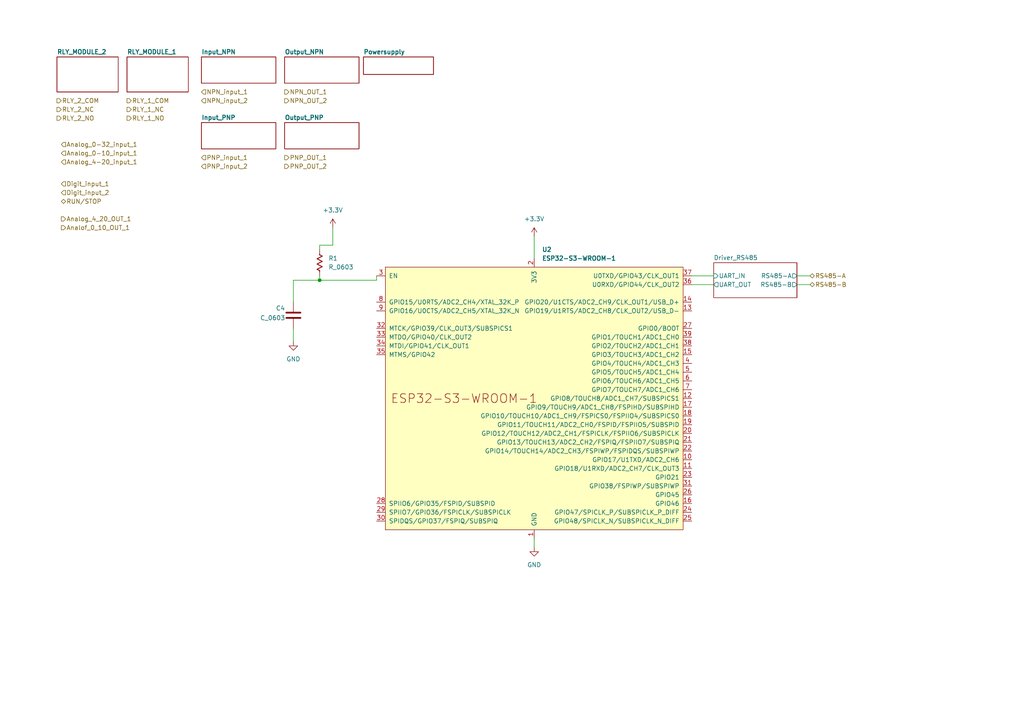
<source format=kicad_sch>
(kicad_sch
	(version 20250114)
	(generator "eeschema")
	(generator_version "9.0")
	(uuid "28214feb-c2e8-4633-baa7-46b27c08a354")
	(paper "A4")
	(lib_symbols
		(symbol "Espressif:ESP32-S3-WROOM-1"
			(pin_names
				(offset 1.016)
			)
			(exclude_from_sim no)
			(in_bom yes)
			(on_board yes)
			(property "Reference" "U"
				(at -43.18 43.18 0)
				(effects
					(font
						(size 1.27 1.27)
					)
					(justify left)
				)
			)
			(property "Value" "ESP32-S3-WROOM-1"
				(at -43.18 40.64 0)
				(effects
					(font
						(size 1.27 1.27)
					)
					(justify left)
				)
			)
			(property "Footprint" "PCM_Espressif:ESP32-S3-WROOM-1"
				(at 2.54 -48.26 0)
				(effects
					(font
						(size 1.27 1.27)
					)
					(hide yes)
				)
			)
			(property "Datasheet" "https://www.espressif.com/sites/default/files/documentation/esp32-s3-wroom-1_wroom-1u_datasheet_en.pdf"
				(at 2.54 -50.8 0)
				(effects
					(font
						(size 1.27 1.27)
					)
					(hide yes)
				)
			)
			(property "Description" "2.4 GHz WiFi (802.11 b/g/n) and Bluetooth ® 5 (LE) module Built around ESP32S3 series of SoCs, Xtensa ® dualcore 32bit LX7 microprocessor Flash up to 16 MB, PSRAM up to 8 MB 36 GPIOs, rich set of peripherals Onboard PCB antenna"
				(at 0 0 0)
				(effects
					(font
						(size 1.27 1.27)
					)
					(hide yes)
				)
			)
			(symbol "ESP32-S3-WROOM-1_0_0"
				(text "ESP32-S3-WROOM-1"
					(at -20.32 0 0)
					(effects
						(font
							(size 2.54 2.54)
						)
					)
				)
				(pin input line
					(at -45.72 35.56 0)
					(length 2.54)
					(name "EN"
						(effects
							(font
								(size 1.27 1.27)
							)
						)
					)
					(number "3"
						(effects
							(font
								(size 1.27 1.27)
							)
						)
					)
				)
				(pin bidirectional line
					(at -45.72 27.94 0)
					(length 2.54)
					(name "GPIO15/U0RTS/ADC2_CH4/XTAL_32K_P"
						(effects
							(font
								(size 1.27 1.27)
							)
						)
					)
					(number "8"
						(effects
							(font
								(size 1.27 1.27)
							)
						)
					)
				)
				(pin bidirectional line
					(at -45.72 25.4 0)
					(length 2.54)
					(name "GPIO16/U0CTS/ADC2_CH5/XTAL_32K_N"
						(effects
							(font
								(size 1.27 1.27)
							)
						)
					)
					(number "9"
						(effects
							(font
								(size 1.27 1.27)
							)
						)
					)
				)
				(pin bidirectional line
					(at -45.72 20.32 0)
					(length 2.54)
					(name "MTCK/GPIO39/CLK_OUT3/SUBSPICS1"
						(effects
							(font
								(size 1.27 1.27)
							)
						)
					)
					(number "32"
						(effects
							(font
								(size 1.27 1.27)
							)
						)
					)
				)
				(pin bidirectional line
					(at -45.72 17.78 0)
					(length 2.54)
					(name "MTDO/GPIO40/CLK_OUT2"
						(effects
							(font
								(size 1.27 1.27)
							)
						)
					)
					(number "33"
						(effects
							(font
								(size 1.27 1.27)
							)
						)
					)
				)
				(pin bidirectional line
					(at -45.72 15.24 0)
					(length 2.54)
					(name "MTDI/GPIO41/CLK_OUT1"
						(effects
							(font
								(size 1.27 1.27)
							)
						)
					)
					(number "34"
						(effects
							(font
								(size 1.27 1.27)
							)
						)
					)
				)
				(pin bidirectional line
					(at -45.72 12.7 0)
					(length 2.54)
					(name "MTMS/GPIO42"
						(effects
							(font
								(size 1.27 1.27)
							)
						)
					)
					(number "35"
						(effects
							(font
								(size 1.27 1.27)
							)
						)
					)
				)
				(pin bidirectional line
					(at -45.72 -30.48 0)
					(length 2.54)
					(name "SPIIO6/GPIO35/FSPID/SUBSPID"
						(effects
							(font
								(size 1.27 1.27)
							)
						)
					)
					(number "28"
						(effects
							(font
								(size 1.27 1.27)
							)
						)
					)
				)
				(pin bidirectional line
					(at -45.72 -33.02 0)
					(length 2.54)
					(name "SPIIO7/GPIO36/FSPICLK/SUBSPICLK"
						(effects
							(font
								(size 1.27 1.27)
							)
						)
					)
					(number "29"
						(effects
							(font
								(size 1.27 1.27)
							)
						)
					)
				)
				(pin bidirectional line
					(at -45.72 -35.56 0)
					(length 2.54)
					(name "SPIDQS/GPIO37/FSPIQ/SUBSPIQ"
						(effects
							(font
								(size 1.27 1.27)
							)
						)
					)
					(number "30"
						(effects
							(font
								(size 1.27 1.27)
							)
						)
					)
				)
				(pin power_in line
					(at 0 40.64 270)
					(length 2.54)
					(name "3V3"
						(effects
							(font
								(size 1.27 1.27)
							)
						)
					)
					(number "2"
						(effects
							(font
								(size 1.27 1.27)
							)
						)
					)
				)
				(pin power_in line
					(at 0 -40.64 90)
					(length 2.54)
					(name "GND"
						(effects
							(font
								(size 1.27 1.27)
							)
						)
					)
					(number "1"
						(effects
							(font
								(size 1.27 1.27)
							)
						)
					)
				)
				(pin passive line
					(at 0 -40.64 90)
					(length 2.54)
					(hide yes)
					(name "GND"
						(effects
							(font
								(size 1.27 1.27)
							)
						)
					)
					(number "40"
						(effects
							(font
								(size 1.27 1.27)
							)
						)
					)
				)
				(pin passive line
					(at 0 -40.64 90)
					(length 2.54)
					(hide yes)
					(name "GND"
						(effects
							(font
								(size 1.27 1.27)
							)
						)
					)
					(number "41"
						(effects
							(font
								(size 1.27 1.27)
							)
						)
					)
				)
				(pin bidirectional line
					(at 45.72 35.56 180)
					(length 2.54)
					(name "U0TXD/GPIO43/CLK_OUT1"
						(effects
							(font
								(size 1.27 1.27)
							)
						)
					)
					(number "37"
						(effects
							(font
								(size 1.27 1.27)
							)
						)
					)
				)
				(pin bidirectional line
					(at 45.72 33.02 180)
					(length 2.54)
					(name "U0RXD/GPIO44/CLK_OUT2"
						(effects
							(font
								(size 1.27 1.27)
							)
						)
					)
					(number "36"
						(effects
							(font
								(size 1.27 1.27)
							)
						)
					)
				)
				(pin bidirectional line
					(at 45.72 27.94 180)
					(length 2.54)
					(name "GPIO20/U1CTS/ADC2_CH9/CLK_OUT1/USB_D+"
						(effects
							(font
								(size 1.27 1.27)
							)
						)
					)
					(number "14"
						(effects
							(font
								(size 1.27 1.27)
							)
						)
					)
				)
				(pin bidirectional line
					(at 45.72 25.4 180)
					(length 2.54)
					(name "GPIO19/U1RTS/ADC2_CH8/CLK_OUT2/USB_D-"
						(effects
							(font
								(size 1.27 1.27)
							)
						)
					)
					(number "13"
						(effects
							(font
								(size 1.27 1.27)
							)
						)
					)
				)
				(pin bidirectional line
					(at 45.72 20.32 180)
					(length 2.54)
					(name "GPIO0/BOOT"
						(effects
							(font
								(size 1.27 1.27)
							)
						)
					)
					(number "27"
						(effects
							(font
								(size 1.27 1.27)
							)
						)
					)
				)
				(pin bidirectional line
					(at 45.72 17.78 180)
					(length 2.54)
					(name "GPIO1/TOUCH1/ADC1_CH0"
						(effects
							(font
								(size 1.27 1.27)
							)
						)
					)
					(number "39"
						(effects
							(font
								(size 1.27 1.27)
							)
						)
					)
				)
				(pin bidirectional line
					(at 45.72 15.24 180)
					(length 2.54)
					(name "GPIO2/TOUCH2/ADC1_CH1"
						(effects
							(font
								(size 1.27 1.27)
							)
						)
					)
					(number "38"
						(effects
							(font
								(size 1.27 1.27)
							)
						)
					)
				)
				(pin bidirectional line
					(at 45.72 12.7 180)
					(length 2.54)
					(name "GPIO3/TOUCH3/ADC1_CH2"
						(effects
							(font
								(size 1.27 1.27)
							)
						)
					)
					(number "15"
						(effects
							(font
								(size 1.27 1.27)
							)
						)
					)
				)
				(pin bidirectional line
					(at 45.72 10.16 180)
					(length 2.54)
					(name "GPIO4/TOUCH4/ADC1_CH3"
						(effects
							(font
								(size 1.27 1.27)
							)
						)
					)
					(number "4"
						(effects
							(font
								(size 1.27 1.27)
							)
						)
					)
				)
				(pin bidirectional line
					(at 45.72 7.62 180)
					(length 2.54)
					(name "GPIO5/TOUCH5/ADC1_CH4"
						(effects
							(font
								(size 1.27 1.27)
							)
						)
					)
					(number "5"
						(effects
							(font
								(size 1.27 1.27)
							)
						)
					)
				)
				(pin bidirectional line
					(at 45.72 5.08 180)
					(length 2.54)
					(name "GPIO6/TOUCH6/ADC1_CH5"
						(effects
							(font
								(size 1.27 1.27)
							)
						)
					)
					(number "6"
						(effects
							(font
								(size 1.27 1.27)
							)
						)
					)
				)
				(pin bidirectional line
					(at 45.72 2.54 180)
					(length 2.54)
					(name "GPIO7/TOUCH7/ADC1_CH6"
						(effects
							(font
								(size 1.27 1.27)
							)
						)
					)
					(number "7"
						(effects
							(font
								(size 1.27 1.27)
							)
						)
					)
				)
				(pin bidirectional line
					(at 45.72 0 180)
					(length 2.54)
					(name "GPIO8/TOUCH8/ADC1_CH7/SUBSPICS1"
						(effects
							(font
								(size 1.27 1.27)
							)
						)
					)
					(number "12"
						(effects
							(font
								(size 1.27 1.27)
							)
						)
					)
				)
				(pin bidirectional line
					(at 45.72 -2.54 180)
					(length 2.54)
					(name "GPIO9/TOUCH9/ADC1_CH8/FSPIHD/SUBSPIHD"
						(effects
							(font
								(size 1.27 1.27)
							)
						)
					)
					(number "17"
						(effects
							(font
								(size 1.27 1.27)
							)
						)
					)
				)
				(pin bidirectional line
					(at 45.72 -5.08 180)
					(length 2.54)
					(name "GPIO10/TOUCH10/ADC1_CH9/FSPICS0/FSPIIO4/SUBSPICS0"
						(effects
							(font
								(size 1.27 1.27)
							)
						)
					)
					(number "18"
						(effects
							(font
								(size 1.27 1.27)
							)
						)
					)
				)
				(pin bidirectional line
					(at 45.72 -7.62 180)
					(length 2.54)
					(name "GPIO11/TOUCH11/ADC2_CH0/FSPID/FSPIIO5/SUBSPID"
						(effects
							(font
								(size 1.27 1.27)
							)
						)
					)
					(number "19"
						(effects
							(font
								(size 1.27 1.27)
							)
						)
					)
				)
				(pin bidirectional line
					(at 45.72 -10.16 180)
					(length 2.54)
					(name "GPIO12/TOUCH12/ADC2_CH1/FSPICLK/FSPIIO6/SUBSPICLK"
						(effects
							(font
								(size 1.27 1.27)
							)
						)
					)
					(number "20"
						(effects
							(font
								(size 1.27 1.27)
							)
						)
					)
				)
				(pin bidirectional line
					(at 45.72 -12.7 180)
					(length 2.54)
					(name "GPIO13/TOUCH13/ADC2_CH2/FSPIQ/FSPIIO7/SUBSPIQ"
						(effects
							(font
								(size 1.27 1.27)
							)
						)
					)
					(number "21"
						(effects
							(font
								(size 1.27 1.27)
							)
						)
					)
				)
				(pin bidirectional line
					(at 45.72 -15.24 180)
					(length 2.54)
					(name "GPIO14/TOUCH14/ADC2_CH3/FSPIWP/FSPIDQS/SUBSPIWP"
						(effects
							(font
								(size 1.27 1.27)
							)
						)
					)
					(number "22"
						(effects
							(font
								(size 1.27 1.27)
							)
						)
					)
				)
				(pin bidirectional line
					(at 45.72 -17.78 180)
					(length 2.54)
					(name "GPIO17/U1TXD/ADC2_CH6"
						(effects
							(font
								(size 1.27 1.27)
							)
						)
					)
					(number "10"
						(effects
							(font
								(size 1.27 1.27)
							)
						)
					)
				)
				(pin bidirectional line
					(at 45.72 -20.32 180)
					(length 2.54)
					(name "GPIO18/U1RXD/ADC2_CH7/CLK_OUT3"
						(effects
							(font
								(size 1.27 1.27)
							)
						)
					)
					(number "11"
						(effects
							(font
								(size 1.27 1.27)
							)
						)
					)
				)
				(pin bidirectional line
					(at 45.72 -22.86 180)
					(length 2.54)
					(name "GPIO21"
						(effects
							(font
								(size 1.27 1.27)
							)
						)
					)
					(number "23"
						(effects
							(font
								(size 1.27 1.27)
							)
						)
					)
				)
				(pin bidirectional line
					(at 45.72 -25.4 180)
					(length 2.54)
					(name "GPIO38/FSPIWP/SUBSPIWP"
						(effects
							(font
								(size 1.27 1.27)
							)
						)
					)
					(number "31"
						(effects
							(font
								(size 1.27 1.27)
							)
						)
					)
				)
				(pin bidirectional line
					(at 45.72 -27.94 180)
					(length 2.54)
					(name "GPIO45"
						(effects
							(font
								(size 1.27 1.27)
							)
						)
					)
					(number "26"
						(effects
							(font
								(size 1.27 1.27)
							)
						)
					)
				)
				(pin bidirectional line
					(at 45.72 -30.48 180)
					(length 2.54)
					(name "GPIO46"
						(effects
							(font
								(size 1.27 1.27)
							)
						)
					)
					(number "16"
						(effects
							(font
								(size 1.27 1.27)
							)
						)
					)
				)
				(pin bidirectional line
					(at 45.72 -33.02 180)
					(length 2.54)
					(name "GPIO47/SPICLK_P/SUBSPICLK_P_DIFF"
						(effects
							(font
								(size 1.27 1.27)
							)
						)
					)
					(number "24"
						(effects
							(font
								(size 1.27 1.27)
							)
						)
					)
				)
				(pin bidirectional line
					(at 45.72 -35.56 180)
					(length 2.54)
					(name "GPIO48/SPICLK_N/SUBSPICLK_N_DIFF"
						(effects
							(font
								(size 1.27 1.27)
							)
						)
					)
					(number "25"
						(effects
							(font
								(size 1.27 1.27)
							)
						)
					)
				)
			)
			(symbol "ESP32-S3-WROOM-1_0_1"
				(rectangle
					(start -43.18 38.1)
					(end 43.18 -38.1)
					(stroke
						(width 0)
						(type default)
					)
					(fill
						(type background)
					)
				)
			)
			(embedded_fonts no)
		)
		(symbol "PCM_Capacitor_US_AKL:C_0603"
			(pin_numbers
				(hide yes)
			)
			(pin_names
				(offset 0.254)
			)
			(exclude_from_sim no)
			(in_bom yes)
			(on_board yes)
			(property "Reference" "C"
				(at 0.635 2.54 0)
				(effects
					(font
						(size 1.27 1.27)
					)
					(justify left)
				)
			)
			(property "Value" "C_0603"
				(at 0.635 -2.54 0)
				(effects
					(font
						(size 1.27 1.27)
					)
					(justify left)
				)
			)
			(property "Footprint" "PCM_Capacitor_SMD_AKL:C_0603_1608Metric"
				(at 0.9652 -3.81 0)
				(effects
					(font
						(size 1.27 1.27)
					)
					(hide yes)
				)
			)
			(property "Datasheet" "~"
				(at 0 0 0)
				(effects
					(font
						(size 1.27 1.27)
					)
					(hide yes)
				)
			)
			(property "Description" "SMD 0603 MLCC capacitor, Alternate KiCad Library"
				(at 0 0 0)
				(effects
					(font
						(size 1.27 1.27)
					)
					(hide yes)
				)
			)
			(property "ki_keywords" "cap capacitor ceramic chip mlcc smd 0603"
				(at 0 0 0)
				(effects
					(font
						(size 1.27 1.27)
					)
					(hide yes)
				)
			)
			(property "ki_fp_filters" "C_*"
				(at 0 0 0)
				(effects
					(font
						(size 1.27 1.27)
					)
					(hide yes)
				)
			)
			(symbol "C_0603_0_1"
				(polyline
					(pts
						(xy -2.032 0.762) (xy 2.032 0.762)
					)
					(stroke
						(width 0.508)
						(type default)
					)
					(fill
						(type none)
					)
				)
				(polyline
					(pts
						(xy -2.032 -0.762) (xy 2.032 -0.762)
					)
					(stroke
						(width 0.508)
						(type default)
					)
					(fill
						(type none)
					)
				)
			)
			(symbol "C_0603_0_2"
				(polyline
					(pts
						(xy -2.54 -2.54) (xy -0.381 -0.381)
					)
					(stroke
						(width 0)
						(type default)
					)
					(fill
						(type none)
					)
				)
				(polyline
					(pts
						(xy -0.508 -0.508) (xy -1.651 0.635)
					)
					(stroke
						(width 0.508)
						(type default)
					)
					(fill
						(type none)
					)
				)
				(polyline
					(pts
						(xy -0.508 -0.508) (xy 0.635 -1.651)
					)
					(stroke
						(width 0.508)
						(type default)
					)
					(fill
						(type none)
					)
				)
				(polyline
					(pts
						(xy 0.381 0.381) (xy 2.54 2.54)
					)
					(stroke
						(width 0)
						(type default)
					)
					(fill
						(type none)
					)
				)
				(polyline
					(pts
						(xy 0.508 0.508) (xy -0.635 1.651)
					)
					(stroke
						(width 0.508)
						(type default)
					)
					(fill
						(type none)
					)
				)
				(polyline
					(pts
						(xy 0.508 0.508) (xy 1.651 -0.635)
					)
					(stroke
						(width 0.508)
						(type default)
					)
					(fill
						(type none)
					)
				)
			)
			(symbol "C_0603_1_1"
				(pin passive line
					(at 0 3.81 270)
					(length 2.794)
					(name "~"
						(effects
							(font
								(size 1.27 1.27)
							)
						)
					)
					(number "1"
						(effects
							(font
								(size 1.27 1.27)
							)
						)
					)
				)
				(pin passive line
					(at 0 -3.81 90)
					(length 2.794)
					(name "~"
						(effects
							(font
								(size 1.27 1.27)
							)
						)
					)
					(number "2"
						(effects
							(font
								(size 1.27 1.27)
							)
						)
					)
				)
			)
			(symbol "C_0603_1_2"
				(pin passive line
					(at -2.54 -2.54 90)
					(length 0)
					(name "~"
						(effects
							(font
								(size 1.27 1.27)
							)
						)
					)
					(number "2"
						(effects
							(font
								(size 1.27 1.27)
							)
						)
					)
				)
				(pin passive line
					(at 2.54 2.54 270)
					(length 0)
					(name "~"
						(effects
							(font
								(size 1.27 1.27)
							)
						)
					)
					(number "1"
						(effects
							(font
								(size 1.27 1.27)
							)
						)
					)
				)
			)
			(embedded_fonts no)
		)
		(symbol "PCM_Resistor_US_AKL:R_0603"
			(pin_numbers
				(hide yes)
			)
			(pin_names
				(offset 0)
			)
			(exclude_from_sim no)
			(in_bom yes)
			(on_board yes)
			(property "Reference" "R"
				(at 2.54 1.27 0)
				(effects
					(font
						(size 1.27 1.27)
					)
					(justify left)
				)
			)
			(property "Value" "R_0603"
				(at 2.54 -1.27 0)
				(effects
					(font
						(size 1.27 1.27)
					)
					(justify left)
				)
			)
			(property "Footprint" "PCM_Resistor_SMD_AKL:R_0603_1608Metric"
				(at 0 -11.43 0)
				(effects
					(font
						(size 1.27 1.27)
					)
					(hide yes)
				)
			)
			(property "Datasheet" "~"
				(at 0 0 0)
				(effects
					(font
						(size 1.27 1.27)
					)
					(hide yes)
				)
			)
			(property "Description" "SMD 0603 Chip Resistor, US Symbol, Alternate KiCad Library"
				(at 0 0 0)
				(effects
					(font
						(size 1.27 1.27)
					)
					(hide yes)
				)
			)
			(property "ki_keywords" "R res resistor us SMD 0603"
				(at 0 0 0)
				(effects
					(font
						(size 1.27 1.27)
					)
					(hide yes)
				)
			)
			(property "ki_fp_filters" "R_*"
				(at 0 0 0)
				(effects
					(font
						(size 1.27 1.27)
					)
					(hide yes)
				)
			)
			(symbol "R_0603_0_1"
				(polyline
					(pts
						(xy 0 2.286) (xy 0 2.54)
					)
					(stroke
						(width 0.254)
						(type default)
					)
					(fill
						(type none)
					)
				)
				(polyline
					(pts
						(xy 0 2.286) (xy 0.762 1.905) (xy -0.762 1.143) (xy 0 0.762) (xy 0.762 0.381) (xy 0 0) (xy -0.762 -0.381)
						(xy 0 -0.762) (xy 0.762 -1.143) (xy 0 -1.524) (xy -0.762 -1.905) (xy 0 -2.286)
					)
					(stroke
						(width 0.254)
						(type default)
					)
					(fill
						(type none)
					)
				)
				(polyline
					(pts
						(xy 0 -2.286) (xy 0 -2.54)
					)
					(stroke
						(width 0.254)
						(type default)
					)
					(fill
						(type none)
					)
				)
			)
			(symbol "R_0603_0_2"
				(polyline
					(pts
						(xy -2.54 -2.54) (xy -1.778 -1.778)
					)
					(stroke
						(width 0)
						(type default)
					)
					(fill
						(type none)
					)
				)
				(polyline
					(pts
						(xy -1.778 -1.778) (xy -1.524 -1.524)
					)
					(stroke
						(width 0.254)
						(type default)
					)
					(fill
						(type none)
					)
				)
				(polyline
					(pts
						(xy -1.524 -1.524) (xy -1.778 -0.762) (xy -1.016 -1.016)
					)
					(stroke
						(width 0.254)
						(type default)
					)
					(fill
						(type none)
					)
				)
				(polyline
					(pts
						(xy -0.508 -0.508) (xy -0.762 0.254) (xy 0 0)
					)
					(stroke
						(width 0.254)
						(type default)
					)
					(fill
						(type none)
					)
				)
				(polyline
					(pts
						(xy -0.508 -0.508) (xy -0.254 -1.27) (xy -1.016 -1.016)
					)
					(stroke
						(width 0.254)
						(type default)
					)
					(fill
						(type none)
					)
				)
				(polyline
					(pts
						(xy 0.508 0.508) (xy 0.254 1.27) (xy 1.016 1.016)
					)
					(stroke
						(width 0.254)
						(type default)
					)
					(fill
						(type none)
					)
				)
				(polyline
					(pts
						(xy 0.508 0.508) (xy 0.762 -0.254) (xy 0 0)
					)
					(stroke
						(width 0.254)
						(type default)
					)
					(fill
						(type none)
					)
				)
				(polyline
					(pts
						(xy 1.524 1.524) (xy 1.778 0.762) (xy 1.016 1.016)
					)
					(stroke
						(width 0.254)
						(type default)
					)
					(fill
						(type none)
					)
				)
				(polyline
					(pts
						(xy 1.778 1.778) (xy 1.524 1.524)
					)
					(stroke
						(width 0.254)
						(type default)
					)
					(fill
						(type none)
					)
				)
				(polyline
					(pts
						(xy 1.778 1.778) (xy 2.54 2.54)
					)
					(stroke
						(width 0)
						(type default)
					)
					(fill
						(type none)
					)
				)
			)
			(symbol "R_0603_1_1"
				(pin passive line
					(at 0 3.81 270)
					(length 1.27)
					(name "~"
						(effects
							(font
								(size 1.27 1.27)
							)
						)
					)
					(number "1"
						(effects
							(font
								(size 1.27 1.27)
							)
						)
					)
				)
				(pin passive line
					(at 0 -3.81 90)
					(length 1.27)
					(name "~"
						(effects
							(font
								(size 1.27 1.27)
							)
						)
					)
					(number "2"
						(effects
							(font
								(size 1.27 1.27)
							)
						)
					)
				)
			)
			(symbol "R_0603_1_2"
				(pin passive line
					(at -2.54 -2.54 0)
					(length 0)
					(name ""
						(effects
							(font
								(size 1.27 1.27)
							)
						)
					)
					(number "2"
						(effects
							(font
								(size 1.27 1.27)
							)
						)
					)
				)
				(pin passive line
					(at 2.54 2.54 180)
					(length 0)
					(name ""
						(effects
							(font
								(size 1.27 1.27)
							)
						)
					)
					(number "1"
						(effects
							(font
								(size 1.27 1.27)
							)
						)
					)
				)
			)
			(embedded_fonts no)
		)
		(symbol "power:+3.3V"
			(power)
			(pin_numbers
				(hide yes)
			)
			(pin_names
				(offset 0)
				(hide yes)
			)
			(exclude_from_sim no)
			(in_bom yes)
			(on_board yes)
			(property "Reference" "#PWR"
				(at 0 -3.81 0)
				(effects
					(font
						(size 1.27 1.27)
					)
					(hide yes)
				)
			)
			(property "Value" "+3.3V"
				(at 0 3.556 0)
				(effects
					(font
						(size 1.27 1.27)
					)
				)
			)
			(property "Footprint" ""
				(at 0 0 0)
				(effects
					(font
						(size 1.27 1.27)
					)
					(hide yes)
				)
			)
			(property "Datasheet" ""
				(at 0 0 0)
				(effects
					(font
						(size 1.27 1.27)
					)
					(hide yes)
				)
			)
			(property "Description" "Power symbol creates a global label with name \"+3.3V\""
				(at 0 0 0)
				(effects
					(font
						(size 1.27 1.27)
					)
					(hide yes)
				)
			)
			(property "ki_keywords" "global power"
				(at 0 0 0)
				(effects
					(font
						(size 1.27 1.27)
					)
					(hide yes)
				)
			)
			(symbol "+3.3V_0_1"
				(polyline
					(pts
						(xy -0.762 1.27) (xy 0 2.54)
					)
					(stroke
						(width 0)
						(type default)
					)
					(fill
						(type none)
					)
				)
				(polyline
					(pts
						(xy 0 2.54) (xy 0.762 1.27)
					)
					(stroke
						(width 0)
						(type default)
					)
					(fill
						(type none)
					)
				)
				(polyline
					(pts
						(xy 0 0) (xy 0 2.54)
					)
					(stroke
						(width 0)
						(type default)
					)
					(fill
						(type none)
					)
				)
			)
			(symbol "+3.3V_1_1"
				(pin power_in line
					(at 0 0 90)
					(length 0)
					(name "~"
						(effects
							(font
								(size 1.27 1.27)
							)
						)
					)
					(number "1"
						(effects
							(font
								(size 1.27 1.27)
							)
						)
					)
				)
			)
			(embedded_fonts no)
		)
		(symbol "power:GND"
			(power)
			(pin_numbers
				(hide yes)
			)
			(pin_names
				(offset 0)
				(hide yes)
			)
			(exclude_from_sim no)
			(in_bom yes)
			(on_board yes)
			(property "Reference" "#PWR"
				(at 0 -6.35 0)
				(effects
					(font
						(size 1.27 1.27)
					)
					(hide yes)
				)
			)
			(property "Value" "GND"
				(at 0 -3.81 0)
				(effects
					(font
						(size 1.27 1.27)
					)
				)
			)
			(property "Footprint" ""
				(at 0 0 0)
				(effects
					(font
						(size 1.27 1.27)
					)
					(hide yes)
				)
			)
			(property "Datasheet" ""
				(at 0 0 0)
				(effects
					(font
						(size 1.27 1.27)
					)
					(hide yes)
				)
			)
			(property "Description" "Power symbol creates a global label with name \"GND\" , ground"
				(at 0 0 0)
				(effects
					(font
						(size 1.27 1.27)
					)
					(hide yes)
				)
			)
			(property "ki_keywords" "global power"
				(at 0 0 0)
				(effects
					(font
						(size 1.27 1.27)
					)
					(hide yes)
				)
			)
			(symbol "GND_0_1"
				(polyline
					(pts
						(xy 0 0) (xy 0 -1.27) (xy 1.27 -1.27) (xy 0 -2.54) (xy -1.27 -1.27) (xy 0 -1.27)
					)
					(stroke
						(width 0)
						(type default)
					)
					(fill
						(type none)
					)
				)
			)
			(symbol "GND_1_1"
				(pin power_in line
					(at 0 0 270)
					(length 0)
					(name "~"
						(effects
							(font
								(size 1.27 1.27)
							)
						)
					)
					(number "1"
						(effects
							(font
								(size 1.27 1.27)
							)
						)
					)
				)
			)
			(embedded_fonts no)
		)
	)
	(junction
		(at 92.71 81.28)
		(diameter 0)
		(color 0 0 0 0)
		(uuid "5f20a8be-e134-4a23-8574-86e2cc09560e")
	)
	(wire
		(pts
			(xy 200.66 82.55) (xy 207.01 82.55)
		)
		(stroke
			(width 0)
			(type default)
		)
		(uuid "051f683a-a375-4bbc-98e2-1212dd5f79d7")
	)
	(wire
		(pts
			(xy 92.71 80.01) (xy 92.71 81.28)
		)
		(stroke
			(width 0)
			(type default)
		)
		(uuid "08086f0c-c2c3-47e5-9a89-949600dccf9c")
	)
	(wire
		(pts
			(xy 85.09 87.63) (xy 85.09 81.28)
		)
		(stroke
			(width 0)
			(type default)
		)
		(uuid "3e512439-f32f-4caf-9b88-241dc71055cf")
	)
	(wire
		(pts
			(xy 154.94 156.21) (xy 154.94 158.75)
		)
		(stroke
			(width 0)
			(type default)
		)
		(uuid "428fb343-52fe-4529-8729-925f72bfc03b")
	)
	(wire
		(pts
			(xy 92.71 81.28) (xy 109.22 81.28)
		)
		(stroke
			(width 0)
			(type default)
		)
		(uuid "4bcf20a9-2efa-49c5-8874-af0513c004ef")
	)
	(wire
		(pts
			(xy 85.09 95.25) (xy 85.09 99.06)
		)
		(stroke
			(width 0)
			(type default)
		)
		(uuid "65a71b47-980c-4ef8-a82c-2763bb601867")
	)
	(wire
		(pts
			(xy 231.14 80.01) (xy 234.95 80.01)
		)
		(stroke
			(width 0)
			(type default)
		)
		(uuid "6dbf6137-cd86-45cd-925c-91e9c875c8cd")
	)
	(wire
		(pts
			(xy 92.71 71.12) (xy 96.52 71.12)
		)
		(stroke
			(width 0)
			(type default)
		)
		(uuid "71a5f585-f783-43bd-b192-cadb83a1c036")
	)
	(wire
		(pts
			(xy 231.14 82.55) (xy 234.95 82.55)
		)
		(stroke
			(width 0)
			(type default)
		)
		(uuid "7a2c749a-c5de-456d-98ac-09bb0a60f03f")
	)
	(wire
		(pts
			(xy 85.09 81.28) (xy 92.71 81.28)
		)
		(stroke
			(width 0)
			(type default)
		)
		(uuid "a44e0c6b-b966-44c8-b91c-36da18f2e1b5")
	)
	(wire
		(pts
			(xy 109.22 81.28) (xy 109.22 80.01)
		)
		(stroke
			(width 0)
			(type default)
		)
		(uuid "c9344910-521f-4489-9377-e673fc4c8b3a")
	)
	(wire
		(pts
			(xy 92.71 71.12) (xy 92.71 72.39)
		)
		(stroke
			(width 0)
			(type default)
		)
		(uuid "d01a649a-4920-4ff1-8d78-d1ca9934ba6d")
	)
	(wire
		(pts
			(xy 154.94 68.58) (xy 154.94 74.93)
		)
		(stroke
			(width 0)
			(type default)
		)
		(uuid "d2985ba3-7aa2-4127-8b7e-f1c263feb667")
	)
	(wire
		(pts
			(xy 96.52 71.12) (xy 96.52 66.04)
		)
		(stroke
			(width 0)
			(type default)
		)
		(uuid "dac071d1-c6f3-4845-b39e-0ab0d72cec23")
	)
	(wire
		(pts
			(xy 200.66 80.01) (xy 207.01 80.01)
		)
		(stroke
			(width 0)
			(type default)
		)
		(uuid "dd55d46c-37cc-4ff4-9d1e-0b9bcc9e0d19")
	)
	(hierarchical_label "Analog_4-20_input_1"
		(shape input)
		(at 17.78 46.99 0)
		(effects
			(font
				(size 1.27 1.27)
			)
			(justify left)
		)
		(uuid "0de5907b-3e24-44c7-bad1-28bd181f8f44")
	)
	(hierarchical_label "RLY_1_NC"
		(shape output)
		(at 36.83 31.75 0)
		(effects
			(font
				(size 1.27 1.27)
			)
			(justify left)
		)
		(uuid "1b1b5421-c739-41d7-99fb-ab0b37e4bb63")
	)
	(hierarchical_label "RLY_1_NO"
		(shape output)
		(at 36.83 34.29 0)
		(effects
			(font
				(size 1.27 1.27)
			)
			(justify left)
		)
		(uuid "1c63f52f-c5e7-4be1-9d8b-df6eb83563dc")
	)
	(hierarchical_label "RLY_2_NC"
		(shape output)
		(at 16.51 31.75 0)
		(effects
			(font
				(size 1.27 1.27)
			)
			(justify left)
		)
		(uuid "20f04c82-7dc6-4f00-9785-afc17662ca5f")
	)
	(hierarchical_label "PNP_input_1"
		(shape input)
		(at 58.42 45.72 0)
		(effects
			(font
				(size 1.27 1.27)
			)
			(justify left)
		)
		(uuid "22cc3167-adbf-4171-8dc0-389f070c69e0")
	)
	(hierarchical_label "Analog_4_20_OUT_1"
		(shape output)
		(at 17.78 63.5 0)
		(effects
			(font
				(size 1.27 1.27)
			)
			(justify left)
		)
		(uuid "22efc566-0fca-495f-a6d4-80f3a85cdff8")
	)
	(hierarchical_label "NPN_input_1"
		(shape input)
		(at 58.42 26.67 0)
		(effects
			(font
				(size 1.27 1.27)
			)
			(justify left)
		)
		(uuid "3f0af04a-8e5d-4558-8f8a-c1fe5416c608")
	)
	(hierarchical_label "RUN{slash}STOP"
		(shape bidirectional)
		(at 17.78 58.42 0)
		(effects
			(font
				(size 1.27 1.27)
			)
			(justify left)
		)
		(uuid "4316cdd7-e37f-4724-806a-4246d7320ffd")
	)
	(hierarchical_label "Digit_input_2"
		(shape input)
		(at 17.78 55.88 0)
		(effects
			(font
				(size 1.27 1.27)
			)
			(justify left)
		)
		(uuid "4fd7f19a-6066-4864-bc3c-578c7af08e08")
	)
	(hierarchical_label "NPN_input_2"
		(shape input)
		(at 58.42 29.21 0)
		(effects
			(font
				(size 1.27 1.27)
			)
			(justify left)
		)
		(uuid "63f3db45-e3cf-4f95-9a71-a757c9773ffd")
	)
	(hierarchical_label "Analof_0_10_OUT_1"
		(shape output)
		(at 17.78 66.04 0)
		(effects
			(font
				(size 1.27 1.27)
			)
			(justify left)
		)
		(uuid "7ff411a1-a43d-4970-bd56-839625fafbe2")
	)
	(hierarchical_label "PNP_OUT_1"
		(shape output)
		(at 82.55 45.72 0)
		(effects
			(font
				(size 1.27 1.27)
			)
			(justify left)
		)
		(uuid "882e89ef-cb58-4284-9259-c0fe5b6d4b87")
	)
	(hierarchical_label "PNP_input_2"
		(shape input)
		(at 58.42 48.26 0)
		(effects
			(font
				(size 1.27 1.27)
			)
			(justify left)
		)
		(uuid "8c9d4dff-d1b8-4b08-a96a-58f4e8e14711")
	)
	(hierarchical_label "Analog_0-10_input_1"
		(shape input)
		(at 17.78 44.45 0)
		(effects
			(font
				(size 1.27 1.27)
			)
			(justify left)
		)
		(uuid "a3683b4f-98da-4ee0-b2cf-4036c392293f")
	)
	(hierarchical_label "Analog_0-32_input_1"
		(shape input)
		(at 17.78 41.91 0)
		(effects
			(font
				(size 1.27 1.27)
			)
			(justify left)
		)
		(uuid "a855cd33-5ab0-43f6-8569-247f4fde3e6f")
	)
	(hierarchical_label "PNP_OUT_2"
		(shape output)
		(at 82.55 48.26 0)
		(effects
			(font
				(size 1.27 1.27)
			)
			(justify left)
		)
		(uuid "b56546af-c3ca-46f2-8e04-b1afdea11d8d")
	)
	(hierarchical_label "NPN_OUT_1"
		(shape output)
		(at 82.55 26.67 0)
		(effects
			(font
				(size 1.27 1.27)
			)
			(justify left)
		)
		(uuid "bf25a846-a871-48de-a86d-6cc2b5d0f88a")
	)
	(hierarchical_label "NPN_OUT_2"
		(shape output)
		(at 82.55 29.21 0)
		(effects
			(font
				(size 1.27 1.27)
			)
			(justify left)
		)
		(uuid "c1069a58-5a51-44c7-9d6a-b07bafff754a")
	)
	(hierarchical_label "RLY_2_NO"
		(shape output)
		(at 16.51 34.29 0)
		(effects
			(font
				(size 1.27 1.27)
			)
			(justify left)
		)
		(uuid "c5b84623-d2f4-4839-b340-dd345e85f246")
	)
	(hierarchical_label "RLY_2_COM"
		(shape output)
		(at 16.51 29.21 0)
		(effects
			(font
				(size 1.27 1.27)
			)
			(justify left)
		)
		(uuid "c9973713-50cd-4c40-a0c5-bdd335b96e86")
	)
	(hierarchical_label "RS485-B"
		(shape bidirectional)
		(at 234.95 82.55 0)
		(effects
			(font
				(size 1.27 1.27)
			)
			(justify left)
		)
		(uuid "da18e15f-6df6-49df-b1c7-e13b2f06c75a")
	)
	(hierarchical_label "Digit_input_1"
		(shape input)
		(at 17.78 53.34 0)
		(effects
			(font
				(size 1.27 1.27)
			)
			(justify left)
		)
		(uuid "df0168ce-0927-4c57-931f-af1198e9c737")
	)
	(hierarchical_label "RLY_1_COM"
		(shape output)
		(at 36.83 29.21 0)
		(effects
			(font
				(size 1.27 1.27)
			)
			(justify left)
		)
		(uuid "e8437926-d6dd-4592-9482-31d9b71dcf2c")
	)
	(hierarchical_label "RS485-A"
		(shape bidirectional)
		(at 234.95 80.01 0)
		(effects
			(font
				(size 1.27 1.27)
			)
			(justify left)
		)
		(uuid "f0cb32ae-7308-4dea-bcb6-b5648a85ab85")
	)
	(symbol
		(lib_id "power:+3.3V")
		(at 96.52 66.04 0)
		(unit 1)
		(exclude_from_sim no)
		(in_bom yes)
		(on_board yes)
		(dnp no)
		(fields_autoplaced yes)
		(uuid "1d09cd3a-9e7a-4527-99e9-f1106bb1b89f")
		(property "Reference" "#PWR015"
			(at 96.52 69.85 0)
			(effects
				(font
					(size 1.27 1.27)
				)
				(hide yes)
			)
		)
		(property "Value" "+3.3V"
			(at 96.52 60.96 0)
			(effects
				(font
					(size 1.27 1.27)
				)
			)
		)
		(property "Footprint" ""
			(at 96.52 66.04 0)
			(effects
				(font
					(size 1.27 1.27)
				)
				(hide yes)
			)
		)
		(property "Datasheet" ""
			(at 96.52 66.04 0)
			(effects
				(font
					(size 1.27 1.27)
				)
				(hide yes)
			)
		)
		(property "Description" "Power symbol creates a global label with name \"+3.3V\""
			(at 96.52 66.04 0)
			(effects
				(font
					(size 1.27 1.27)
				)
				(hide yes)
			)
		)
		(pin "1"
			(uuid "ec5edceb-9d66-4066-a559-58fe6f78ba02")
		)
		(instances
			(project ""
				(path "/42622735-4343-4315-af64-a45701a752b6/711b914f-41ac-411e-bef3-8ade05c9a19b"
					(reference "#PWR015")
					(unit 1)
				)
			)
		)
	)
	(symbol
		(lib_id "power:GND")
		(at 154.94 158.75 0)
		(unit 1)
		(exclude_from_sim no)
		(in_bom yes)
		(on_board yes)
		(dnp no)
		(uuid "476428dc-6472-4333-9456-ef2459483690")
		(property "Reference" "#PWR010"
			(at 154.94 165.1 0)
			(effects
				(font
					(size 1.27 1.27)
				)
				(hide yes)
			)
		)
		(property "Value" "GND"
			(at 154.94 163.83 0)
			(effects
				(font
					(size 1.27 1.27)
				)
			)
		)
		(property "Footprint" ""
			(at 154.94 158.75 0)
			(effects
				(font
					(size 1.27 1.27)
				)
				(hide yes)
			)
		)
		(property "Datasheet" ""
			(at 154.94 158.75 0)
			(effects
				(font
					(size 1.27 1.27)
				)
				(hide yes)
			)
		)
		(property "Description" "Power symbol creates a global label with name \"GND\" , ground"
			(at 154.94 158.75 0)
			(effects
				(font
					(size 1.27 1.27)
				)
				(hide yes)
			)
		)
		(pin "1"
			(uuid "7f4e14c3-6be2-4819-ad90-9eda530bafb1")
		)
		(instances
			(project ""
				(path "/42622735-4343-4315-af64-a45701a752b6/711b914f-41ac-411e-bef3-8ade05c9a19b"
					(reference "#PWR010")
					(unit 1)
				)
			)
		)
	)
	(symbol
		(lib_id "PCM_Capacitor_US_AKL:C_0603")
		(at 85.09 91.44 0)
		(unit 1)
		(exclude_from_sim no)
		(in_bom yes)
		(on_board yes)
		(dnp no)
		(uuid "4998cc0b-a22d-461f-8d42-6ce454a1d404")
		(property "Reference" "C4"
			(at 80.01 89.408 0)
			(effects
				(font
					(size 1.27 1.27)
				)
				(justify left)
			)
		)
		(property "Value" "C_0603"
			(at 75.438 92.202 0)
			(effects
				(font
					(size 1.27 1.27)
				)
				(justify left)
			)
		)
		(property "Footprint" "PCM_Capacitor_SMD_AKL:C_0603_1608Metric"
			(at 86.0552 95.25 0)
			(effects
				(font
					(size 1.27 1.27)
				)
				(hide yes)
			)
		)
		(property "Datasheet" "~"
			(at 85.09 91.44 0)
			(effects
				(font
					(size 1.27 1.27)
				)
				(hide yes)
			)
		)
		(property "Description" "SMD 0603 MLCC capacitor, Alternate KiCad Library"
			(at 85.09 91.44 0)
			(effects
				(font
					(size 1.27 1.27)
				)
				(hide yes)
			)
		)
		(property "Part Number" ""
			(at 85.09 91.44 0)
			(effects
				(font
					(size 1.27 1.27)
				)
			)
		)
		(pin "1"
			(uuid "f8dd7f95-0c91-4cd9-92b1-fd996b870b23")
		)
		(pin "2"
			(uuid "2bc0bf43-3f51-44ed-a667-ff1f48925f79")
		)
		(instances
			(project ""
				(path "/42622735-4343-4315-af64-a45701a752b6/711b914f-41ac-411e-bef3-8ade05c9a19b"
					(reference "C4")
					(unit 1)
				)
			)
		)
	)
	(symbol
		(lib_id "power:GND")
		(at 85.09 99.06 0)
		(unit 1)
		(exclude_from_sim no)
		(in_bom yes)
		(on_board yes)
		(dnp no)
		(fields_autoplaced yes)
		(uuid "4e1ed946-461e-4117-8ced-5753bd9477fa")
		(property "Reference" "#PWR011"
			(at 85.09 105.41 0)
			(effects
				(font
					(size 1.27 1.27)
				)
				(hide yes)
			)
		)
		(property "Value" "GND"
			(at 85.09 104.14 0)
			(effects
				(font
					(size 1.27 1.27)
				)
			)
		)
		(property "Footprint" ""
			(at 85.09 99.06 0)
			(effects
				(font
					(size 1.27 1.27)
				)
				(hide yes)
			)
		)
		(property "Datasheet" ""
			(at 85.09 99.06 0)
			(effects
				(font
					(size 1.27 1.27)
				)
				(hide yes)
			)
		)
		(property "Description" "Power symbol creates a global label with name \"GND\" , ground"
			(at 85.09 99.06 0)
			(effects
				(font
					(size 1.27 1.27)
				)
				(hide yes)
			)
		)
		(pin "1"
			(uuid "bf4fdf92-8d5f-43ef-b31c-3cbe40bd60b3")
		)
		(instances
			(project "Nivara Controls"
				(path "/42622735-4343-4315-af64-a45701a752b6/711b914f-41ac-411e-bef3-8ade05c9a19b"
					(reference "#PWR011")
					(unit 1)
				)
			)
		)
	)
	(symbol
		(lib_id "power:+3.3V")
		(at 154.94 68.58 0)
		(unit 1)
		(exclude_from_sim no)
		(in_bom yes)
		(on_board yes)
		(dnp no)
		(fields_autoplaced yes)
		(uuid "5cf575ab-6800-4b14-b8c4-dce6e550c75c")
		(property "Reference" "#PWR016"
			(at 154.94 72.39 0)
			(effects
				(font
					(size 1.27 1.27)
				)
				(hide yes)
			)
		)
		(property "Value" "+3.3V"
			(at 154.94 63.5 0)
			(effects
				(font
					(size 1.27 1.27)
				)
			)
		)
		(property "Footprint" ""
			(at 154.94 68.58 0)
			(effects
				(font
					(size 1.27 1.27)
				)
				(hide yes)
			)
		)
		(property "Datasheet" ""
			(at 154.94 68.58 0)
			(effects
				(font
					(size 1.27 1.27)
				)
				(hide yes)
			)
		)
		(property "Description" "Power symbol creates a global label with name \"+3.3V\""
			(at 154.94 68.58 0)
			(effects
				(font
					(size 1.27 1.27)
				)
				(hide yes)
			)
		)
		(pin "1"
			(uuid "757750b8-4389-403d-9bb6-ae23aacbdb48")
		)
		(instances
			(project "Nivara Controls"
				(path "/42622735-4343-4315-af64-a45701a752b6/711b914f-41ac-411e-bef3-8ade05c9a19b"
					(reference "#PWR016")
					(unit 1)
				)
			)
		)
	)
	(symbol
		(lib_id "PCM_Resistor_US_AKL:R_0603")
		(at 92.71 76.2 0)
		(unit 1)
		(exclude_from_sim no)
		(in_bom yes)
		(on_board yes)
		(dnp no)
		(fields_autoplaced yes)
		(uuid "b1e997f5-7004-45ef-a867-a14866ab7638")
		(property "Reference" "R1"
			(at 95.25 74.9299 0)
			(effects
				(font
					(size 1.27 1.27)
				)
				(justify left)
			)
		)
		(property "Value" "R_0603"
			(at 95.25 77.4699 0)
			(effects
				(font
					(size 1.27 1.27)
				)
				(justify left)
			)
		)
		(property "Footprint" "PCM_Resistor_SMD_AKL:R_0603_1608Metric"
			(at 92.71 87.63 0)
			(effects
				(font
					(size 1.27 1.27)
				)
				(hide yes)
			)
		)
		(property "Datasheet" "~"
			(at 92.71 76.2 0)
			(effects
				(font
					(size 1.27 1.27)
				)
				(hide yes)
			)
		)
		(property "Description" "SMD 0603 Chip Resistor, US Symbol, Alternate KiCad Library"
			(at 92.71 76.2 0)
			(effects
				(font
					(size 1.27 1.27)
				)
				(hide yes)
			)
		)
		(property "Part Number" ""
			(at 92.71 76.2 0)
			(effects
				(font
					(size 1.27 1.27)
				)
			)
		)
		(pin "1"
			(uuid "357343a8-12c9-48a3-9136-c2ed9754fee4")
		)
		(pin "2"
			(uuid "c71f8181-a7c3-4e99-82e1-de9da2e95677")
		)
		(instances
			(project ""
				(path "/42622735-4343-4315-af64-a45701a752b6/711b914f-41ac-411e-bef3-8ade05c9a19b"
					(reference "R1")
					(unit 1)
				)
			)
		)
	)
	(symbol
		(lib_id "Espressif:ESP32-S3-WROOM-1")
		(at 154.94 115.57 0)
		(unit 1)
		(exclude_from_sim no)
		(in_bom yes)
		(on_board yes)
		(dnp no)
		(uuid "b658a63b-556b-42aa-8dd8-ddd732a03cc0")
		(property "Reference" "U2"
			(at 157.0833 72.39 0)
			(effects
				(font
					(size 1.27 1.27)
					(thickness 0.254)
					(bold yes)
				)
				(justify left)
			)
		)
		(property "Value" "ESP32-S3-WROOM-1"
			(at 157.0833 74.93 0)
			(effects
				(font
					(size 1.27 1.27)
					(thickness 0.254)
					(bold yes)
				)
				(justify left)
			)
		)
		(property "Footprint" "ESP32-S3-WROM-1:ESP32-S3-WROOM-1"
			(at 157.48 163.83 0)
			(effects
				(font
					(size 1.27 1.27)
				)
				(hide yes)
			)
		)
		(property "Datasheet" "https://www.espressif.com/sites/default/files/documentation/esp32-s3-wroom-1_wroom-1u_datasheet_en.pdf"
			(at 157.48 166.37 0)
			(effects
				(font
					(size 1.27 1.27)
				)
				(hide yes)
			)
		)
		(property "Description" "2.4 GHz WiFi (802.11 b/g/n) and Bluetooth ® 5 (LE) module Built around ESP32S3 series of SoCs, Xtensa ® dualcore 32bit LX7 microprocessor Flash up to 16 MB, PSRAM up to 8 MB 36 GPIOs, rich set of peripherals Onboard PCB antenna"
			(at 154.94 115.57 0)
			(effects
				(font
					(size 1.27 1.27)
				)
				(hide yes)
			)
		)
		(property "Part Number" ""
			(at 154.94 115.57 0)
			(effects
				(font
					(size 1.27 1.27)
				)
			)
		)
		(pin "36"
			(uuid "8125591e-b0f3-43dc-915b-796ca667cc4e")
		)
		(pin "14"
			(uuid "5abe9664-fbd0-4226-a36c-afe0d0fc7793")
		)
		(pin "27"
			(uuid "fd133730-6def-49ec-a5f6-95466239d1e9")
		)
		(pin "35"
			(uuid "405ac9c0-acd8-42bd-b9f2-1009e98943a0")
		)
		(pin "41"
			(uuid "62c13519-a055-4b70-bc31-3e081f023814")
		)
		(pin "34"
			(uuid "2ea0ab12-5c85-49bd-86e8-8fbe86379b1c")
		)
		(pin "28"
			(uuid "25baeed4-4212-4a4c-87e5-46fd8be10850")
		)
		(pin "40"
			(uuid "7d264ce3-8afe-423f-bb57-b2d42a4f588a")
		)
		(pin "9"
			(uuid "e43f023e-8434-4678-989d-5254f4c03cee")
		)
		(pin "32"
			(uuid "eb2a415b-78ae-4b72-987b-02b4871f3b3a")
		)
		(pin "33"
			(uuid "e6114dae-6506-47d3-bc0d-41b6c064ae14")
		)
		(pin "8"
			(uuid "f616203c-0932-4fb4-bb77-c005c6fcdb2b")
		)
		(pin "29"
			(uuid "6f8a07de-31fa-4f75-9526-025d544d7d3a")
		)
		(pin "30"
			(uuid "c4e62f0f-88d4-4672-99a0-641c117d0bb3")
		)
		(pin "1"
			(uuid "fc5a14be-2ed4-48e0-8b27-12e8b45638a0")
		)
		(pin "37"
			(uuid "eeec5b5a-a409-4f65-a3a0-78e94c6687c3")
		)
		(pin "3"
			(uuid "7bbe1d8e-0566-4262-b44b-f10efa1092d0")
		)
		(pin "2"
			(uuid "94fd28d2-8cfc-4237-b0e0-c0a4678984b3")
		)
		(pin "13"
			(uuid "5ada39cd-2a5c-48f0-b797-a21f6c413716")
		)
		(pin "12"
			(uuid "473e538d-94d4-4ecd-91f0-de83b538c71b")
		)
		(pin "20"
			(uuid "84283318-8e5b-4b84-b30e-e250f7a20b45")
		)
		(pin "21"
			(uuid "6df41b89-8687-4702-8bc0-095c07d724ac")
		)
		(pin "11"
			(uuid "4a493874-0ea5-4b53-93fa-f25922fb2990")
		)
		(pin "39"
			(uuid "a3f8d700-01d1-4db8-bf78-ff8c047e118a")
		)
		(pin "23"
			(uuid "154beb38-5b15-4c88-ba53-f4660b80a4ce")
		)
		(pin "31"
			(uuid "9e256dd5-7324-4388-9df2-b168c0d1fac4")
		)
		(pin "4"
			(uuid "aa0f8ff2-208d-42a9-ab5d-90112249739f")
		)
		(pin "25"
			(uuid "fab8c95c-7fc3-4149-b851-286da3325ef6")
		)
		(pin "15"
			(uuid "fd179902-d85e-4a10-99e1-0febc9e1b4cf")
		)
		(pin "17"
			(uuid "3e504c0d-d7f6-4fa7-91b5-f09fef8dd665")
		)
		(pin "5"
			(uuid "193c8cd6-e214-4ecb-8d30-2f17c8a920cc")
		)
		(pin "6"
			(uuid "79b86391-b5ef-4c1d-8d35-11bc5bf1508b")
		)
		(pin "22"
			(uuid "6bb45a69-c3d7-4495-8107-526c93b2e5b2")
		)
		(pin "10"
			(uuid "7c4f9a87-a848-43bd-91d6-771b6f365512")
		)
		(pin "16"
			(uuid "a6f13848-5e18-4f9b-a68e-a85afc69a3f5")
		)
		(pin "26"
			(uuid "ecb77ecf-a76e-4df2-841d-7eb5622acbfd")
		)
		(pin "38"
			(uuid "99b9e9e9-d8bd-4482-9530-4ca1c8c79020")
		)
		(pin "7"
			(uuid "50758a8d-4da6-43c8-b8a9-141548280267")
		)
		(pin "19"
			(uuid "25886c69-73bb-4df9-894e-461b75d9348e")
		)
		(pin "24"
			(uuid "16ee91dd-8270-4c24-ba79-6faa13f44c06")
		)
		(pin "18"
			(uuid "a24814ef-f5fe-4f2b-b416-336ce676a82e")
		)
		(instances
			(project ""
				(path "/42622735-4343-4315-af64-a45701a752b6/711b914f-41ac-411e-bef3-8ade05c9a19b"
					(reference "U2")
					(unit 1)
				)
			)
		)
	)
	(sheet
		(at 36.83 16.51)
		(size 17.78 10.16)
		(exclude_from_sim no)
		(in_bom yes)
		(on_board yes)
		(dnp no)
		(fields_autoplaced yes)
		(stroke
			(width 0.1524)
			(type solid)
		)
		(fill
			(color 0 0 0 0.0000)
		)
		(uuid "046ce629-3f56-4f48-b2c7-d6e93ff2fbb5")
		(property "Sheetname" "RLY_MODULE_1"
			(at 36.83 15.7984 0)
			(effects
				(font
					(size 1.27 1.27)
					(thickness 0.254)
					(bold yes)
				)
				(justify left bottom)
			)
		)
		(property "Sheetfile" "RLY_MODULE_1.kicad_sch"
			(at 36.83 27.2546 0)
			(effects
				(font
					(size 1.27 1.27)
				)
				(justify left top)
				(hide yes)
			)
		)
		(instances
			(project "Nivara Controls"
				(path "/42622735-4343-4315-af64-a45701a752b6/711b914f-41ac-411e-bef3-8ade05c9a19b"
					(page "9")
				)
			)
		)
	)
	(sheet
		(at 207.01 76.2)
		(size 24.13 10.16)
		(exclude_from_sim no)
		(in_bom yes)
		(on_board yes)
		(dnp no)
		(fields_autoplaced yes)
		(stroke
			(width 0.1524)
			(type solid)
		)
		(fill
			(color 0 0 0 0.0000)
		)
		(uuid "0e992bd9-df1d-46c0-8773-93ffa0ff8af8")
		(property "Sheetname" "Driver_RS485"
			(at 207.01 75.4884 0)
			(effects
				(font
					(size 1.27 1.27)
				)
				(justify left bottom)
			)
		)
		(property "Sheetfile" "Driver_RS485.kicad_sch"
			(at 207.01 86.9446 0)
			(effects
				(font
					(size 1.27 1.27)
				)
				(justify left top)
				(hide yes)
			)
		)
		(pin "RS485-A" output
			(at 231.14 80.01 0)
			(uuid "bf92d04f-3264-437a-ae7c-c9d41f053a7d")
			(effects
				(font
					(size 1.27 1.27)
				)
				(justify right)
			)
		)
		(pin "RS485-B" output
			(at 231.14 82.55 0)
			(uuid "ed088bbc-5632-4822-a236-0c05a7e2f827")
			(effects
				(font
					(size 1.27 1.27)
				)
				(justify right)
			)
		)
		(pin "UART_IN" input
			(at 207.01 80.01 180)
			(uuid "27323dc8-fd83-4754-ac5c-9dc07f727b57")
			(effects
				(font
					(size 1.27 1.27)
				)
				(justify left)
			)
		)
		(pin "UART_OUT" output
			(at 207.01 82.55 180)
			(uuid "821b87d4-2dfe-449d-9581-0a01eecfc862")
			(effects
				(font
					(size 1.27 1.27)
				)
				(justify left)
			)
		)
		(instances
			(project "Nivara Controls"
				(path "/42622735-4343-4315-af64-a45701a752b6/711b914f-41ac-411e-bef3-8ade05c9a19b"
					(page "4")
				)
			)
		)
	)
	(sheet
		(at 58.42 16.51)
		(size 21.59 7.62)
		(exclude_from_sim no)
		(in_bom yes)
		(on_board yes)
		(dnp no)
		(fields_autoplaced yes)
		(stroke
			(width 0.1524)
			(type solid)
		)
		(fill
			(color 0 0 0 0.0000)
		)
		(uuid "1d56f2ae-86b2-4303-b6cf-39a6bc4c3d5f")
		(property "Sheetname" "Input_NPN"
			(at 58.42 15.7984 0)
			(effects
				(font
					(size 1.27 1.27)
					(thickness 0.254)
					(bold yes)
				)
				(justify left bottom)
			)
		)
		(property "Sheetfile" "Input_NPN.kicad_sch"
			(at 58.42 24.7146 0)
			(effects
				(font
					(size 1.27 1.27)
				)
				(justify left top)
				(hide yes)
			)
		)
		(instances
			(project "Nivara Controls"
				(path "/42622735-4343-4315-af64-a45701a752b6/711b914f-41ac-411e-bef3-8ade05c9a19b"
					(page "5")
				)
			)
		)
	)
	(sheet
		(at 82.55 16.51)
		(size 21.59 7.62)
		(exclude_from_sim no)
		(in_bom yes)
		(on_board yes)
		(dnp no)
		(fields_autoplaced yes)
		(stroke
			(width 0.1524)
			(type solid)
		)
		(fill
			(color 0 0 0 0.0000)
		)
		(uuid "521bc3d4-5798-4752-87bd-4f3d242ddc84")
		(property "Sheetname" "Output_NPN"
			(at 82.55 15.7984 0)
			(effects
				(font
					(size 1.27 1.27)
					(thickness 0.254)
					(bold yes)
				)
				(justify left bottom)
			)
		)
		(property "Sheetfile" "Output_NPN.kicad_sch"
			(at 82.55 24.7146 0)
			(effects
				(font
					(size 1.27 1.27)
				)
				(justify left top)
				(hide yes)
			)
		)
		(instances
			(project "Nivara Controls"
				(path "/42622735-4343-4315-af64-a45701a752b6/711b914f-41ac-411e-bef3-8ade05c9a19b"
					(page "7")
				)
			)
		)
	)
	(sheet
		(at 82.55 35.56)
		(size 21.59 7.62)
		(exclude_from_sim no)
		(in_bom yes)
		(on_board yes)
		(dnp no)
		(fields_autoplaced yes)
		(stroke
			(width 0.1524)
			(type solid)
		)
		(fill
			(color 0 0 0 0.0000)
		)
		(uuid "8cb3855c-1036-4639-b2fc-e41c31887560")
		(property "Sheetname" "Output_PNP"
			(at 82.55 34.8484 0)
			(effects
				(font
					(size 1.27 1.27)
					(thickness 0.254)
					(bold yes)
				)
				(justify left bottom)
			)
		)
		(property "Sheetfile" "Output_PNP.kicad_sch"
			(at 82.55 43.7646 0)
			(effects
				(font
					(size 1.27 1.27)
				)
				(justify left top)
				(hide yes)
			)
		)
		(instances
			(project "Nivara Controls"
				(path "/42622735-4343-4315-af64-a45701a752b6/711b914f-41ac-411e-bef3-8ade05c9a19b"
					(page "8")
				)
			)
		)
	)
	(sheet
		(at 105.41 16.51)
		(size 20.32 5.08)
		(exclude_from_sim no)
		(in_bom yes)
		(on_board yes)
		(dnp no)
		(fields_autoplaced yes)
		(stroke
			(width 0.1524)
			(type solid)
		)
		(fill
			(color 0 0 0 0.0000)
		)
		(uuid "c1467157-2d50-4128-9fe2-8c0bcc5bdb9f")
		(property "Sheetname" "Powersupply"
			(at 105.41 15.7984 0)
			(effects
				(font
					(size 1.27 1.27)
					(thickness 0.254)
					(bold yes)
				)
				(justify left bottom)
			)
		)
		(property "Sheetfile" "Powersupply.kicad_sch"
			(at 105.41 22.1746 0)
			(effects
				(font
					(size 1.27 1.27)
				)
				(justify left top)
				(hide yes)
			)
		)
		(instances
			(project "Nivara Controls"
				(path "/42622735-4343-4315-af64-a45701a752b6/711b914f-41ac-411e-bef3-8ade05c9a19b"
					(page "3")
				)
			)
		)
	)
	(sheet
		(at 16.51 16.51)
		(size 17.78 10.16)
		(exclude_from_sim no)
		(in_bom yes)
		(on_board yes)
		(dnp no)
		(fields_autoplaced yes)
		(stroke
			(width 0.1524)
			(type solid)
		)
		(fill
			(color 0 0 0 0.0000)
		)
		(uuid "d479ca74-4917-4193-a7ba-8c6ee20dd1d6")
		(property "Sheetname" "RLY_MODULE_2"
			(at 16.51 15.7984 0)
			(effects
				(font
					(size 1.27 1.27)
					(thickness 0.254)
					(bold yes)
				)
				(justify left bottom)
			)
		)
		(property "Sheetfile" "RLY_MODULE_2.kicad_sch"
			(at 16.51 27.2546 0)
			(effects
				(font
					(size 1.27 1.27)
				)
				(justify left top)
				(hide yes)
			)
		)
		(instances
			(project "Nivara Controls"
				(path "/42622735-4343-4315-af64-a45701a752b6/711b914f-41ac-411e-bef3-8ade05c9a19b"
					(page "10")
				)
			)
		)
	)
	(sheet
		(at 58.42 35.56)
		(size 21.59 7.62)
		(exclude_from_sim no)
		(in_bom yes)
		(on_board yes)
		(dnp no)
		(fields_autoplaced yes)
		(stroke
			(width 0.1524)
			(type solid)
		)
		(fill
			(color 0 0 0 0.0000)
		)
		(uuid "d6d4f6f7-bfd3-43e1-a94b-2993a59c2239")
		(property "Sheetname" "Input_PNP"
			(at 58.42 34.8484 0)
			(effects
				(font
					(size 1.27 1.27)
					(thickness 0.254)
					(bold yes)
				)
				(justify left bottom)
			)
		)
		(property "Sheetfile" "Input_PNP.kicad_sch"
			(at 58.42 43.7646 0)
			(effects
				(font
					(size 1.27 1.27)
				)
				(justify left top)
				(hide yes)
			)
		)
		(instances
			(project "Nivara Controls"
				(path "/42622735-4343-4315-af64-a45701a752b6/711b914f-41ac-411e-bef3-8ade05c9a19b"
					(page "6")
				)
			)
		)
	)
)

</source>
